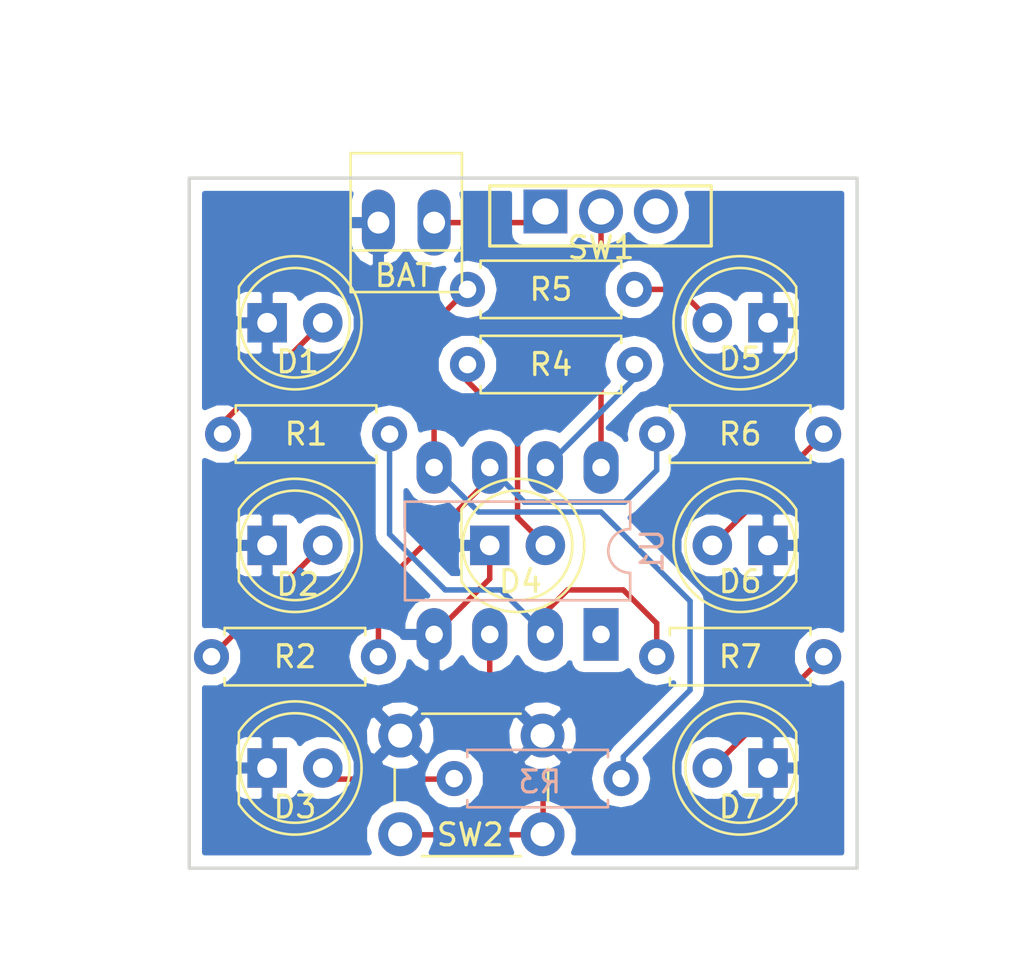
<source format=kicad_pcb>
(kicad_pcb (version 4) (host pcbnew 4.0.7)

  (general
    (links 28)
    (no_connects 0)
    (area 125.400999 85.268999 156.031001 116.915001)
    (thickness 1.6)
    (drawings 4)
    (tracks 47)
    (zones 0)
    (modules 18)
    (nets 17)
  )

  (page A4)
  (layers
    (0 F.Cu signal)
    (31 B.Cu signal)
    (32 B.Adhes user)
    (33 F.Adhes user)
    (34 B.Paste user)
    (35 F.Paste user)
    (36 B.SilkS user)
    (37 F.SilkS user)
    (38 B.Mask user)
    (39 F.Mask user)
    (40 Dwgs.User user)
    (41 Cmts.User user)
    (42 Eco1.User user)
    (43 Eco2.User user)
    (44 Edge.Cuts user)
    (45 Margin user)
    (46 B.CrtYd user)
    (47 F.CrtYd user)
    (48 B.Fab user)
    (49 F.Fab user)
  )

  (setup
    (last_trace_width 0.25)
    (trace_clearance 0.2)
    (zone_clearance 0.508)
    (zone_45_only no)
    (trace_min 0.2)
    (segment_width 0.2)
    (edge_width 0.15)
    (via_size 0.6)
    (via_drill 0.4)
    (via_min_size 0.4)
    (via_min_drill 0.3)
    (uvia_size 0.3)
    (uvia_drill 0.1)
    (uvias_allowed no)
    (uvia_min_size 0.2)
    (uvia_min_drill 0.1)
    (pcb_text_width 0.3)
    (pcb_text_size 1.5 1.5)
    (mod_edge_width 0.15)
    (mod_text_size 1 1)
    (mod_text_width 0.15)
    (pad_size 1.524 1.524)
    (pad_drill 0.762)
    (pad_to_mask_clearance 0.2)
    (aux_axis_origin 0 0)
    (visible_elements 7FFFFFFF)
    (pcbplotparams
      (layerselection 0x010fc_80000001)
      (usegerberextensions false)
      (excludeedgelayer true)
      (linewidth 0.100000)
      (plotframeref false)
      (viasonmask false)
      (mode 1)
      (useauxorigin false)
      (hpglpennumber 1)
      (hpglpenspeed 20)
      (hpglpendiameter 15)
      (hpglpenoverlay 2)
      (psnegative false)
      (psa4output false)
      (plotreference true)
      (plotvalue true)
      (plotinvisibletext false)
      (padsonsilk false)
      (subtractmaskfromsilk false)
      (outputformat 1)
      (mirror false)
      (drillshape 0)
      (scaleselection 1)
      (outputdirectory gerber/))
  )

  (net 0 "")
  (net 1 "Net-(BT1-Pad1)")
  (net 2 GND)
  (net 3 "Net-(D1-Pad2)")
  (net 4 "Net-(D2-Pad2)")
  (net 5 "Net-(D3-Pad2)")
  (net 6 "Net-(D4-Pad2)")
  (net 7 "Net-(D5-Pad2)")
  (net 8 "Net-(D6-Pad2)")
  (net 9 "Net-(D7-Pad2)")
  (net 10 "Net-(R1-Pad2)")
  (net 11 "Net-(R2-Pad2)")
  (net 12 "Net-(R3-Pad2)")
  (net 13 "Net-(R4-Pad2)")
  (net 14 "Net-(SW1-Pad2)")
  (net 15 "Net-(SW2-Pad1)")
  (net 16 "Net-(U1-Pad1)")

  (net_class Default "This is the default net class."
    (clearance 0.2)
    (trace_width 0.25)
    (via_dia 0.6)
    (via_drill 0.4)
    (uvia_dia 0.3)
    (uvia_drill 0.1)
    (add_net GND)
    (add_net "Net-(BT1-Pad1)")
    (add_net "Net-(D1-Pad2)")
    (add_net "Net-(D2-Pad2)")
    (add_net "Net-(D3-Pad2)")
    (add_net "Net-(D4-Pad2)")
    (add_net "Net-(D5-Pad2)")
    (add_net "Net-(D6-Pad2)")
    (add_net "Net-(D7-Pad2)")
    (add_net "Net-(R1-Pad2)")
    (add_net "Net-(R2-Pad2)")
    (add_net "Net-(R3-Pad2)")
    (add_net "Net-(R4-Pad2)")
    (add_net "Net-(SW1-Pad2)")
    (add_net "Net-(SW2-Pad1)")
    (add_net "Net-(U1-Pad1)")
  )

  (module Connectors:Wafer_Vertical10x5.8x7RM2.5-3 (layer F.Cu) (tedit 5A715032) (tstamp 5A713364)
    (at 141.732 86.868)
    (descr "Gold-Tek vertical wafer connector with 2.5mm pitch")
    (tags "wafer connector vertical")
    (path /5A713284)
    (fp_text reference SW1 (at 2.54 1.651) (layer F.SilkS)
      (effects (font (size 1 1) (thickness 0.15)))
    )
    (fp_text value SW_DIP_x01 (at 2.54 5.08) (layer F.Fab)
      (effects (font (size 1 1) (thickness 0.15)))
    )
    (fp_line (start -2.286 1.27) (end -2.286 -1.1176) (layer F.CrtYd) (width 0.05))
    (fp_line (start -2.286 -1.1176) (end 7.4168 -1.1176) (layer F.CrtYd) (width 0.05))
    (fp_line (start 7.4168 -1.1176) (end 7.4168 1.3208) (layer F.CrtYd) (width 0.05))
    (fp_line (start 7.4168 1.3208) (end -2.286 1.3208) (layer F.CrtYd) (width 0.05))
    (fp_line (start -2.286 1.3208) (end -2.286 1.27) (layer F.CrtYd) (width 0.05))
    (fp_line (start 7.5692 -1.1684) (end -2.54 -1.1684) (layer F.SilkS) (width 0.15))
    (fp_line (start -2.54 -1.1684) (end -2.54 1.5748) (layer F.SilkS) (width 0.15))
    (fp_line (start -2.54 1.5748) (end 7.5692 1.5748) (layer F.SilkS) (width 0.15))
    (fp_line (start 7.5692 1.5748) (end 7.5692 -1.1684) (layer F.SilkS) (width 0.15))
    (pad 1 thru_hole rect (at 0 0) (size 2 2) (drill 1.2) (layers *.Cu *.Mask)
      (net 1 "Net-(BT1-Pad1)"))
    (pad 2 thru_hole circle (at 2.54 0) (size 2 2) (drill 1.2) (layers *.Cu *.Mask)
      (net 14 "Net-(SW1-Pad2)"))
    (pad 3 thru_hole circle (at 5.04 0) (size 2 2) (drill 1.2) (layers *.Cu *.Mask))
    (model ${KISYS3DMOD}/Connectors.3dshapes/Wafer_Vertical10x5.8x7RM2.5-3.wrl
      (at (xyz 0 0 0))
      (scale (xyz 4 4 4))
      (rotate (xyz 0 0 0))
    )
  )

  (module Resistors_THT:R_Axial_DIN0207_L6.3mm_D2.5mm_P7.62mm_Horizontal (layer F.Cu) (tedit 5A714ED8) (tstamp 5A713357)
    (at 154.432 97.028 180)
    (descr "Resistor, Axial_DIN0207 series, Axial, Horizontal, pin pitch=7.62mm, 0.25W = 1/4W, length*diameter=6.3*2.5mm^2, http://cdn-reichelt.de/documents/datenblatt/B400/1_4W%23YAG.pdf")
    (tags "Resistor Axial_DIN0207 series Axial Horizontal pin pitch 7.62mm 0.25W = 1/4W length 6.3mm diameter 2.5mm")
    (path /5A7137FD)
    (fp_text reference R6 (at 3.81 0 180) (layer F.SilkS)
      (effects (font (size 1 1) (thickness 0.15)))
    )
    (fp_text value R (at 3.81 2.31 180) (layer F.Fab)
      (effects (font (size 1 1) (thickness 0.15)))
    )
    (fp_line (start 0.66 -1.25) (end 0.66 1.25) (layer F.Fab) (width 0.1))
    (fp_line (start 0.66 1.25) (end 6.96 1.25) (layer F.Fab) (width 0.1))
    (fp_line (start 6.96 1.25) (end 6.96 -1.25) (layer F.Fab) (width 0.1))
    (fp_line (start 6.96 -1.25) (end 0.66 -1.25) (layer F.Fab) (width 0.1))
    (fp_line (start 0 0) (end 0.66 0) (layer F.Fab) (width 0.1))
    (fp_line (start 7.62 0) (end 6.96 0) (layer F.Fab) (width 0.1))
    (fp_line (start 0.6 -0.98) (end 0.6 -1.31) (layer F.SilkS) (width 0.12))
    (fp_line (start 0.6 -1.31) (end 7.02 -1.31) (layer F.SilkS) (width 0.12))
    (fp_line (start 7.02 -1.31) (end 7.02 -0.98) (layer F.SilkS) (width 0.12))
    (fp_line (start 0.6 0.98) (end 0.6 1.31) (layer F.SilkS) (width 0.12))
    (fp_line (start 0.6 1.31) (end 7.02 1.31) (layer F.SilkS) (width 0.12))
    (fp_line (start 7.02 1.31) (end 7.02 0.98) (layer F.SilkS) (width 0.12))
    (fp_line (start -1.05 -1.6) (end -1.05 1.6) (layer F.CrtYd) (width 0.05))
    (fp_line (start -1.05 1.6) (end 8.7 1.6) (layer F.CrtYd) (width 0.05))
    (fp_line (start 8.7 1.6) (end 8.7 -1.6) (layer F.CrtYd) (width 0.05))
    (fp_line (start 8.7 -1.6) (end -1.05 -1.6) (layer F.CrtYd) (width 0.05))
    (pad 1 thru_hole circle (at 0 0 180) (size 1.6 1.6) (drill 0.8) (layers *.Cu *.Mask)
      (net 8 "Net-(D6-Pad2)"))
    (pad 2 thru_hole oval (at 7.62 0 180) (size 1.6 1.6) (drill 0.8) (layers *.Cu *.Mask)
      (net 11 "Net-(R2-Pad2)"))
    (model ${KISYS3DMOD}/Resistors_THT.3dshapes/R_Axial_DIN0207_L6.3mm_D2.5mm_P7.62mm_Horizontal.wrl
      (at (xyz 0 0 0))
      (scale (xyz 0.393701 0.393701 0.393701))
      (rotate (xyz 0 0 0))
    )
  )

  (module Buttons_Switches_THT:SW_PUSH_6mm_h5mm (layer F.Cu) (tedit 5A714EEE) (tstamp 5A71336C)
    (at 141.605 115.2906 180)
    (descr "tactile push button, 6x6mm e.g. PHAP33xx series, height=5mm")
    (tags "tact sw push 6mm")
    (path /5A713438)
    (fp_text reference SW2 (at 3.302 -0.0254 180) (layer F.SilkS)
      (effects (font (size 1 1) (thickness 0.15)))
    )
    (fp_text value SW_DIP_x01 (at 3.75 6.7 180) (layer F.Fab)
      (effects (font (size 1 1) (thickness 0.15)))
    )
    (fp_text user %R (at 3.25 2.25 180) (layer F.Fab)
      (effects (font (size 1 1) (thickness 0.15)))
    )
    (fp_line (start 3.25 -0.75) (end 6.25 -0.75) (layer F.Fab) (width 0.1))
    (fp_line (start 6.25 -0.75) (end 6.25 5.25) (layer F.Fab) (width 0.1))
    (fp_line (start 6.25 5.25) (end 0.25 5.25) (layer F.Fab) (width 0.1))
    (fp_line (start 0.25 5.25) (end 0.25 -0.75) (layer F.Fab) (width 0.1))
    (fp_line (start 0.25 -0.75) (end 3.25 -0.75) (layer F.Fab) (width 0.1))
    (fp_line (start 7.75 6) (end 8 6) (layer F.CrtYd) (width 0.05))
    (fp_line (start 8 6) (end 8 5.75) (layer F.CrtYd) (width 0.05))
    (fp_line (start 7.75 -1.5) (end 8 -1.5) (layer F.CrtYd) (width 0.05))
    (fp_line (start 8 -1.5) (end 8 -1.25) (layer F.CrtYd) (width 0.05))
    (fp_line (start -1.5 -1.25) (end -1.5 -1.5) (layer F.CrtYd) (width 0.05))
    (fp_line (start -1.5 -1.5) (end -1.25 -1.5) (layer F.CrtYd) (width 0.05))
    (fp_line (start -1.5 5.75) (end -1.5 6) (layer F.CrtYd) (width 0.05))
    (fp_line (start -1.5 6) (end -1.25 6) (layer F.CrtYd) (width 0.05))
    (fp_line (start -1.25 -1.5) (end 7.75 -1.5) (layer F.CrtYd) (width 0.05))
    (fp_line (start -1.5 5.75) (end -1.5 -1.25) (layer F.CrtYd) (width 0.05))
    (fp_line (start 7.75 6) (end -1.25 6) (layer F.CrtYd) (width 0.05))
    (fp_line (start 8 -1.25) (end 8 5.75) (layer F.CrtYd) (width 0.05))
    (fp_line (start 1 5.5) (end 5.5 5.5) (layer F.SilkS) (width 0.12))
    (fp_line (start -0.25 1.5) (end -0.25 3) (layer F.SilkS) (width 0.12))
    (fp_line (start 5.5 -1) (end 1 -1) (layer F.SilkS) (width 0.12))
    (fp_line (start 6.75 3) (end 6.75 1.5) (layer F.SilkS) (width 0.12))
    (fp_circle (center 3.25 2.25) (end 1.25 2.5) (layer F.Fab) (width 0.1))
    (pad 2 thru_hole circle (at 0 4.5 270) (size 2 2) (drill 1.1) (layers *.Cu *.Mask)
      (net 2 GND))
    (pad 1 thru_hole circle (at 0 0 270) (size 2 2) (drill 1.1) (layers *.Cu *.Mask)
      (net 15 "Net-(SW2-Pad1)"))
    (pad 2 thru_hole circle (at 6.5 4.5 270) (size 2 2) (drill 1.1) (layers *.Cu *.Mask)
      (net 2 GND))
    (pad 1 thru_hole circle (at 6.5 0 270) (size 2 2) (drill 1.1) (layers *.Cu *.Mask)
      (net 15 "Net-(SW2-Pad1)"))
    (model ${KISYS3DMOD}/Buttons_Switches_THT.3dshapes/SW_PUSH_6mm_h5mm.wrl
      (at (xyz 0.005 0 0))
      (scale (xyz 0.3937 0.3937 0.3937))
      (rotate (xyz 0 0 0))
    )
  )

  (module Resistors_THT:R_Axial_DIN0207_L6.3mm_D2.5mm_P7.62mm_Horizontal (layer B.Cu) (tedit 5A714EF6) (tstamp 5A713345)
    (at 137.5664 112.7506)
    (descr "Resistor, Axial_DIN0207 series, Axial, Horizontal, pin pitch=7.62mm, 0.25W = 1/4W, length*diameter=6.3*2.5mm^2, http://cdn-reichelt.de/documents/datenblatt/B400/1_4W%23YAG.pdf")
    (tags "Resistor Axial_DIN0207 series Axial Horizontal pin pitch 7.62mm 0.25W = 1/4W length 6.3mm diameter 2.5mm")
    (path /5A713724)
    (fp_text reference R3 (at 3.9116 0.1524) (layer B.SilkS)
      (effects (font (size 1 1) (thickness 0.15)) (justify mirror))
    )
    (fp_text value R (at 3.81 -2.31) (layer B.Fab)
      (effects (font (size 1 1) (thickness 0.15)) (justify mirror))
    )
    (fp_line (start 0.66 1.25) (end 0.66 -1.25) (layer B.Fab) (width 0.1))
    (fp_line (start 0.66 -1.25) (end 6.96 -1.25) (layer B.Fab) (width 0.1))
    (fp_line (start 6.96 -1.25) (end 6.96 1.25) (layer B.Fab) (width 0.1))
    (fp_line (start 6.96 1.25) (end 0.66 1.25) (layer B.Fab) (width 0.1))
    (fp_line (start 0 0) (end 0.66 0) (layer B.Fab) (width 0.1))
    (fp_line (start 7.62 0) (end 6.96 0) (layer B.Fab) (width 0.1))
    (fp_line (start 0.6 0.98) (end 0.6 1.31) (layer B.SilkS) (width 0.12))
    (fp_line (start 0.6 1.31) (end 7.02 1.31) (layer B.SilkS) (width 0.12))
    (fp_line (start 7.02 1.31) (end 7.02 0.98) (layer B.SilkS) (width 0.12))
    (fp_line (start 0.6 -0.98) (end 0.6 -1.31) (layer B.SilkS) (width 0.12))
    (fp_line (start 0.6 -1.31) (end 7.02 -1.31) (layer B.SilkS) (width 0.12))
    (fp_line (start 7.02 -1.31) (end 7.02 -0.98) (layer B.SilkS) (width 0.12))
    (fp_line (start -1.05 1.6) (end -1.05 -1.6) (layer B.CrtYd) (width 0.05))
    (fp_line (start -1.05 -1.6) (end 8.7 -1.6) (layer B.CrtYd) (width 0.05))
    (fp_line (start 8.7 -1.6) (end 8.7 1.6) (layer B.CrtYd) (width 0.05))
    (fp_line (start 8.7 1.6) (end -1.05 1.6) (layer B.CrtYd) (width 0.05))
    (pad 1 thru_hole circle (at 0 0) (size 1.6 1.6) (drill 0.8) (layers *.Cu *.Mask)
      (net 5 "Net-(D3-Pad2)"))
    (pad 2 thru_hole oval (at 7.62 0) (size 1.6 1.6) (drill 0.8) (layers *.Cu *.Mask)
      (net 12 "Net-(R3-Pad2)"))
    (model ${KISYS3DMOD}/Resistors_THT.3dshapes/R_Axial_DIN0207_L6.3mm_D2.5mm_P7.62mm_Horizontal.wrl
      (at (xyz 0 0 0))
      (scale (xyz 0.393701 0.393701 0.393701))
      (rotate (xyz 0 0 0))
    )
  )

  (module Connectors:PINHEAD1-2 (layer F.Cu) (tedit 5A71506C) (tstamp 5A713309)
    (at 136.652 87.376 180)
    (path /5A713311)
    (fp_text reference BAT (at 1.397 -2.413 180) (layer F.SilkS)
      (effects (font (size 1 1) (thickness 0.15)))
    )
    (fp_text value Battery (at 1.27 3.81 180) (layer F.Fab)
      (effects (font (size 1 1) (thickness 0.15)))
    )
    (fp_line (start 3.81 -1.27) (end -1.27 -1.27) (layer F.SilkS) (width 0.12))
    (fp_line (start 3.81 3.17) (end -1.27 3.17) (layer F.SilkS) (width 0.12))
    (fp_line (start -1.27 -3.17) (end 3.81 -3.17) (layer F.SilkS) (width 0.12))
    (fp_line (start -1.27 -3.17) (end -1.27 3.17) (layer F.SilkS) (width 0.12))
    (fp_line (start 3.81 -3.17) (end 3.81 3.17) (layer F.SilkS) (width 0.12))
    (fp_line (start -1.52 -3.42) (end 4.06 -3.42) (layer F.CrtYd) (width 0.05))
    (fp_line (start -1.52 -3.42) (end -1.52 3.42) (layer F.CrtYd) (width 0.05))
    (fp_line (start 4.06 3.42) (end 4.06 -3.42) (layer F.CrtYd) (width 0.05))
    (fp_line (start 4.06 3.42) (end -1.52 3.42) (layer F.CrtYd) (width 0.05))
    (pad 1 thru_hole oval (at 0 0 180) (size 1.51 3.01) (drill 1) (layers *.Cu *.Mask)
      (net 1 "Net-(BT1-Pad1)"))
    (pad 2 thru_hole oval (at 2.54 0 180) (size 1.51 3.01) (drill 1) (layers *.Cu *.Mask)
      (net 2 GND))
  )

  (module LEDs:LED_D5.0mm_FlatTop (layer F.Cu) (tedit 5A714F18) (tstamp 5A71330F)
    (at 129.032 91.948)
    (descr "LED, Round, FlatTop, diameter 5.0mm, 2 pins, http://www.kingbright.com/attachments/file/psearch/000/00/00/L-483GDT(Ver.15B).pdf")
    (tags "LED Round FlatTop diameter 5.0mm 2 pins")
    (path /5A7133EF)
    (fp_text reference D1 (at 1.397 1.778) (layer F.SilkS)
      (effects (font (size 1 1) (thickness 0.15)))
    )
    (fp_text value LED (at 1.27 4.01) (layer F.Fab)
      (effects (font (size 1 1) (thickness 0.15)))
    )
    (fp_arc (start 1.27 0) (end -1.23 -1.566046) (angle 295.9) (layer F.Fab) (width 0.1))
    (fp_arc (start 1.27 0) (end -1.29 -1.639512) (angle 147.4) (layer F.SilkS) (width 0.12))
    (fp_arc (start 1.27 0) (end -1.29 1.639512) (angle -147.4) (layer F.SilkS) (width 0.12))
    (fp_circle (center 1.27 0) (end 3.77 0) (layer F.Fab) (width 0.1))
    (fp_circle (center 1.27 0) (end 3.77 0) (layer F.SilkS) (width 0.12))
    (fp_line (start -1.23 -1.566046) (end -1.23 1.566046) (layer F.Fab) (width 0.1))
    (fp_line (start -1.29 -1.64) (end -1.29 1.64) (layer F.SilkS) (width 0.12))
    (fp_line (start -2 -3.3) (end -2 3.3) (layer F.CrtYd) (width 0.05))
    (fp_line (start -2 3.3) (end 4.55 3.3) (layer F.CrtYd) (width 0.05))
    (fp_line (start 4.55 3.3) (end 4.55 -3.3) (layer F.CrtYd) (width 0.05))
    (fp_line (start 4.55 -3.3) (end -2 -3.3) (layer F.CrtYd) (width 0.05))
    (pad 1 thru_hole rect (at 0 0) (size 1.8 1.8) (drill 0.9) (layers *.Cu *.Mask)
      (net 2 GND))
    (pad 2 thru_hole circle (at 2.54 0) (size 1.8 1.8) (drill 0.9) (layers *.Cu *.Mask)
      (net 3 "Net-(D1-Pad2)"))
    (model ${KISYS3DMOD}/LEDs.3dshapes/LED_D5.0mm_FlatTop.wrl
      (at (xyz 0 0 0))
      (scale (xyz 0.393701 0.393701 0.393701))
      (rotate (xyz 0 0 0))
    )
  )

  (module LEDs:LED_D5.0mm_FlatTop (layer F.Cu) (tedit 5A714F0F) (tstamp 5A713315)
    (at 129.032 102.108)
    (descr "LED, Round, FlatTop, diameter 5.0mm, 2 pins, http://www.kingbright.com/attachments/file/psearch/000/00/00/L-483GDT(Ver.15B).pdf")
    (tags "LED Round FlatTop diameter 5.0mm 2 pins")
    (path /5A7138DE)
    (fp_text reference D2 (at 1.397 1.778) (layer F.SilkS)
      (effects (font (size 1 1) (thickness 0.15)))
    )
    (fp_text value LED (at 1.27 4.01) (layer F.Fab)
      (effects (font (size 1 1) (thickness 0.15)))
    )
    (fp_arc (start 1.27 0) (end -1.23 -1.566046) (angle 295.9) (layer F.Fab) (width 0.1))
    (fp_arc (start 1.27 0) (end -1.29 -1.639512) (angle 147.4) (layer F.SilkS) (width 0.12))
    (fp_arc (start 1.27 0) (end -1.29 1.639512) (angle -147.4) (layer F.SilkS) (width 0.12))
    (fp_circle (center 1.27 0) (end 3.77 0) (layer F.Fab) (width 0.1))
    (fp_circle (center 1.27 0) (end 3.77 0) (layer F.SilkS) (width 0.12))
    (fp_line (start -1.23 -1.566046) (end -1.23 1.566046) (layer F.Fab) (width 0.1))
    (fp_line (start -1.29 -1.64) (end -1.29 1.64) (layer F.SilkS) (width 0.12))
    (fp_line (start -2 -3.3) (end -2 3.3) (layer F.CrtYd) (width 0.05))
    (fp_line (start -2 3.3) (end 4.55 3.3) (layer F.CrtYd) (width 0.05))
    (fp_line (start 4.55 3.3) (end 4.55 -3.3) (layer F.CrtYd) (width 0.05))
    (fp_line (start 4.55 -3.3) (end -2 -3.3) (layer F.CrtYd) (width 0.05))
    (pad 1 thru_hole rect (at 0 0) (size 1.8 1.8) (drill 0.9) (layers *.Cu *.Mask)
      (net 2 GND))
    (pad 2 thru_hole circle (at 2.54 0) (size 1.8 1.8) (drill 0.9) (layers *.Cu *.Mask)
      (net 4 "Net-(D2-Pad2)"))
    (model ${KISYS3DMOD}/LEDs.3dshapes/LED_D5.0mm_FlatTop.wrl
      (at (xyz 0 0 0))
      (scale (xyz 0.393701 0.393701 0.393701))
      (rotate (xyz 0 0 0))
    )
  )

  (module LEDs:LED_D5.0mm_FlatTop (layer F.Cu) (tedit 5A714EFC) (tstamp 5A71331B)
    (at 129.032 112.268)
    (descr "LED, Round, FlatTop, diameter 5.0mm, 2 pins, http://www.kingbright.com/attachments/file/psearch/000/00/00/L-483GDT(Ver.15B).pdf")
    (tags "LED Round FlatTop diameter 5.0mm 2 pins")
    (path /5A71391C)
    (fp_text reference D3 (at 1.27 1.778) (layer F.SilkS)
      (effects (font (size 1 1) (thickness 0.15)))
    )
    (fp_text value LED (at 1.27 4.01) (layer F.Fab)
      (effects (font (size 1 1) (thickness 0.15)))
    )
    (fp_arc (start 1.27 0) (end -1.23 -1.566046) (angle 295.9) (layer F.Fab) (width 0.1))
    (fp_arc (start 1.27 0) (end -1.29 -1.639512) (angle 147.4) (layer F.SilkS) (width 0.12))
    (fp_arc (start 1.27 0) (end -1.29 1.639512) (angle -147.4) (layer F.SilkS) (width 0.12))
    (fp_circle (center 1.27 0) (end 3.77 0) (layer F.Fab) (width 0.1))
    (fp_circle (center 1.27 0) (end 3.77 0) (layer F.SilkS) (width 0.12))
    (fp_line (start -1.23 -1.566046) (end -1.23 1.566046) (layer F.Fab) (width 0.1))
    (fp_line (start -1.29 -1.64) (end -1.29 1.64) (layer F.SilkS) (width 0.12))
    (fp_line (start -2 -3.3) (end -2 3.3) (layer F.CrtYd) (width 0.05))
    (fp_line (start -2 3.3) (end 4.55 3.3) (layer F.CrtYd) (width 0.05))
    (fp_line (start 4.55 3.3) (end 4.55 -3.3) (layer F.CrtYd) (width 0.05))
    (fp_line (start 4.55 -3.3) (end -2 -3.3) (layer F.CrtYd) (width 0.05))
    (pad 1 thru_hole rect (at 0 0) (size 1.8 1.8) (drill 0.9) (layers *.Cu *.Mask)
      (net 2 GND))
    (pad 2 thru_hole circle (at 2.54 0) (size 1.8 1.8) (drill 0.9) (layers *.Cu *.Mask)
      (net 5 "Net-(D3-Pad2)"))
    (model ${KISYS3DMOD}/LEDs.3dshapes/LED_D5.0mm_FlatTop.wrl
      (at (xyz 0 0 0))
      (scale (xyz 0.393701 0.393701 0.393701))
      (rotate (xyz 0 0 0))
    )
  )

  (module LEDs:LED_D5.0mm_FlatTop (layer F.Cu) (tedit 5A714F35) (tstamp 5A713321)
    (at 139.192 102.108)
    (descr "LED, Round, FlatTop, diameter 5.0mm, 2 pins, http://www.kingbright.com/attachments/file/psearch/000/00/00/L-483GDT(Ver.15B).pdf")
    (tags "LED Round FlatTop diameter 5.0mm 2 pins")
    (path /5A71395D)
    (fp_text reference D4 (at 1.397 1.651) (layer F.SilkS)
      (effects (font (size 1 1) (thickness 0.15)))
    )
    (fp_text value LED (at 1.27 4.01) (layer F.Fab)
      (effects (font (size 1 1) (thickness 0.15)))
    )
    (fp_arc (start 1.27 0) (end -1.23 -1.566046) (angle 295.9) (layer F.Fab) (width 0.1))
    (fp_arc (start 1.27 0) (end -1.29 -1.639512) (angle 147.4) (layer F.SilkS) (width 0.12))
    (fp_arc (start 1.27 0) (end -1.29 1.639512) (angle -147.4) (layer F.SilkS) (width 0.12))
    (fp_circle (center 1.27 0) (end 3.77 0) (layer F.Fab) (width 0.1))
    (fp_circle (center 1.27 0) (end 3.77 0) (layer F.SilkS) (width 0.12))
    (fp_line (start -1.23 -1.566046) (end -1.23 1.566046) (layer F.Fab) (width 0.1))
    (fp_line (start -1.29 -1.64) (end -1.29 1.64) (layer F.SilkS) (width 0.12))
    (fp_line (start -2 -3.3) (end -2 3.3) (layer F.CrtYd) (width 0.05))
    (fp_line (start -2 3.3) (end 4.55 3.3) (layer F.CrtYd) (width 0.05))
    (fp_line (start 4.55 3.3) (end 4.55 -3.3) (layer F.CrtYd) (width 0.05))
    (fp_line (start 4.55 -3.3) (end -2 -3.3) (layer F.CrtYd) (width 0.05))
    (pad 1 thru_hole rect (at 0 0) (size 1.8 1.8) (drill 0.9) (layers *.Cu *.Mask)
      (net 2 GND))
    (pad 2 thru_hole circle (at 2.54 0) (size 1.8 1.8) (drill 0.9) (layers *.Cu *.Mask)
      (net 6 "Net-(D4-Pad2)"))
    (model ${KISYS3DMOD}/LEDs.3dshapes/LED_D5.0mm_FlatTop.wrl
      (at (xyz 0 0 0))
      (scale (xyz 0.393701 0.393701 0.393701))
      (rotate (xyz 0 0 0))
    )
  )

  (module LEDs:LED_D5.0mm_FlatTop (layer F.Cu) (tedit 5A714ED0) (tstamp 5A713327)
    (at 151.892 91.948 180)
    (descr "LED, Round, FlatTop, diameter 5.0mm, 2 pins, http://www.kingbright.com/attachments/file/psearch/000/00/00/L-483GDT(Ver.15B).pdf")
    (tags "LED Round FlatTop diameter 5.0mm 2 pins")
    (path /5A7139A1)
    (fp_text reference D5 (at 1.27 -1.651 180) (layer F.SilkS)
      (effects (font (size 1 1) (thickness 0.15)))
    )
    (fp_text value LED (at 1.27 4.01 180) (layer F.Fab)
      (effects (font (size 1 1) (thickness 0.15)))
    )
    (fp_arc (start 1.27 0) (end -1.23 -1.566046) (angle 295.9) (layer F.Fab) (width 0.1))
    (fp_arc (start 1.27 0) (end -1.29 -1.639512) (angle 147.4) (layer F.SilkS) (width 0.12))
    (fp_arc (start 1.27 0) (end -1.29 1.639512) (angle -147.4) (layer F.SilkS) (width 0.12))
    (fp_circle (center 1.27 0) (end 3.77 0) (layer F.Fab) (width 0.1))
    (fp_circle (center 1.27 0) (end 3.77 0) (layer F.SilkS) (width 0.12))
    (fp_line (start -1.23 -1.566046) (end -1.23 1.566046) (layer F.Fab) (width 0.1))
    (fp_line (start -1.29 -1.64) (end -1.29 1.64) (layer F.SilkS) (width 0.12))
    (fp_line (start -2 -3.3) (end -2 3.3) (layer F.CrtYd) (width 0.05))
    (fp_line (start -2 3.3) (end 4.55 3.3) (layer F.CrtYd) (width 0.05))
    (fp_line (start 4.55 3.3) (end 4.55 -3.3) (layer F.CrtYd) (width 0.05))
    (fp_line (start 4.55 -3.3) (end -2 -3.3) (layer F.CrtYd) (width 0.05))
    (pad 1 thru_hole rect (at 0 0 180) (size 1.8 1.8) (drill 0.9) (layers *.Cu *.Mask)
      (net 2 GND))
    (pad 2 thru_hole circle (at 2.54 0 180) (size 1.8 1.8) (drill 0.9) (layers *.Cu *.Mask)
      (net 7 "Net-(D5-Pad2)"))
    (model ${KISYS3DMOD}/LEDs.3dshapes/LED_D5.0mm_FlatTop.wrl
      (at (xyz 0 0 0))
      (scale (xyz 0.393701 0.393701 0.393701))
      (rotate (xyz 0 0 0))
    )
  )

  (module LEDs:LED_D5.0mm_FlatTop (layer F.Cu) (tedit 5A714EDE) (tstamp 5A71332D)
    (at 151.892 102.108 180)
    (descr "LED, Round, FlatTop, diameter 5.0mm, 2 pins, http://www.kingbright.com/attachments/file/psearch/000/00/00/L-483GDT(Ver.15B).pdf")
    (tags "LED Round FlatTop diameter 5.0mm 2 pins")
    (path /5A7139E8)
    (fp_text reference D6 (at 1.27 -1.651 180) (layer F.SilkS)
      (effects (font (size 1 1) (thickness 0.15)))
    )
    (fp_text value LED (at 1.27 4.01 180) (layer F.Fab)
      (effects (font (size 1 1) (thickness 0.15)))
    )
    (fp_arc (start 1.27 0) (end -1.23 -1.566046) (angle 295.9) (layer F.Fab) (width 0.1))
    (fp_arc (start 1.27 0) (end -1.29 -1.639512) (angle 147.4) (layer F.SilkS) (width 0.12))
    (fp_arc (start 1.27 0) (end -1.29 1.639512) (angle -147.4) (layer F.SilkS) (width 0.12))
    (fp_circle (center 1.27 0) (end 3.77 0) (layer F.Fab) (width 0.1))
    (fp_circle (center 1.27 0) (end 3.77 0) (layer F.SilkS) (width 0.12))
    (fp_line (start -1.23 -1.566046) (end -1.23 1.566046) (layer F.Fab) (width 0.1))
    (fp_line (start -1.29 -1.64) (end -1.29 1.64) (layer F.SilkS) (width 0.12))
    (fp_line (start -2 -3.3) (end -2 3.3) (layer F.CrtYd) (width 0.05))
    (fp_line (start -2 3.3) (end 4.55 3.3) (layer F.CrtYd) (width 0.05))
    (fp_line (start 4.55 3.3) (end 4.55 -3.3) (layer F.CrtYd) (width 0.05))
    (fp_line (start 4.55 -3.3) (end -2 -3.3) (layer F.CrtYd) (width 0.05))
    (pad 1 thru_hole rect (at 0 0 180) (size 1.8 1.8) (drill 0.9) (layers *.Cu *.Mask)
      (net 2 GND))
    (pad 2 thru_hole circle (at 2.54 0 180) (size 1.8 1.8) (drill 0.9) (layers *.Cu *.Mask)
      (net 8 "Net-(D6-Pad2)"))
    (model ${KISYS3DMOD}/LEDs.3dshapes/LED_D5.0mm_FlatTop.wrl
      (at (xyz 0 0 0))
      (scale (xyz 0.393701 0.393701 0.393701))
      (rotate (xyz 0 0 0))
    )
  )

  (module LEDs:LED_D5.0mm_FlatTop (layer F.Cu) (tedit 5A714EE9) (tstamp 5A713333)
    (at 151.892 112.268 180)
    (descr "LED, Round, FlatTop, diameter 5.0mm, 2 pins, http://www.kingbright.com/attachments/file/psearch/000/00/00/L-483GDT(Ver.15B).pdf")
    (tags "LED Round FlatTop diameter 5.0mm 2 pins")
    (path /5A713A32)
    (fp_text reference D7 (at 1.27 -1.778 180) (layer F.SilkS)
      (effects (font (size 1 1) (thickness 0.15)))
    )
    (fp_text value LED (at 1.27 4.01 180) (layer F.Fab)
      (effects (font (size 1 1) (thickness 0.15)))
    )
    (fp_arc (start 1.27 0) (end -1.23 -1.566046) (angle 295.9) (layer F.Fab) (width 0.1))
    (fp_arc (start 1.27 0) (end -1.29 -1.639512) (angle 147.4) (layer F.SilkS) (width 0.12))
    (fp_arc (start 1.27 0) (end -1.29 1.639512) (angle -147.4) (layer F.SilkS) (width 0.12))
    (fp_circle (center 1.27 0) (end 3.77 0) (layer F.Fab) (width 0.1))
    (fp_circle (center 1.27 0) (end 3.77 0) (layer F.SilkS) (width 0.12))
    (fp_line (start -1.23 -1.566046) (end -1.23 1.566046) (layer F.Fab) (width 0.1))
    (fp_line (start -1.29 -1.64) (end -1.29 1.64) (layer F.SilkS) (width 0.12))
    (fp_line (start -2 -3.3) (end -2 3.3) (layer F.CrtYd) (width 0.05))
    (fp_line (start -2 3.3) (end 4.55 3.3) (layer F.CrtYd) (width 0.05))
    (fp_line (start 4.55 3.3) (end 4.55 -3.3) (layer F.CrtYd) (width 0.05))
    (fp_line (start 4.55 -3.3) (end -2 -3.3) (layer F.CrtYd) (width 0.05))
    (pad 1 thru_hole rect (at 0 0 180) (size 1.8 1.8) (drill 0.9) (layers *.Cu *.Mask)
      (net 2 GND))
    (pad 2 thru_hole circle (at 2.54 0 180) (size 1.8 1.8) (drill 0.9) (layers *.Cu *.Mask)
      (net 9 "Net-(D7-Pad2)"))
    (model ${KISYS3DMOD}/LEDs.3dshapes/LED_D5.0mm_FlatTop.wrl
      (at (xyz 0 0 0))
      (scale (xyz 0.393701 0.393701 0.393701))
      (rotate (xyz 0 0 0))
    )
  )

  (module Resistors_THT:R_Axial_DIN0207_L6.3mm_D2.5mm_P7.62mm_Horizontal (layer F.Cu) (tedit 5A714F14) (tstamp 5A713339)
    (at 127 97.028)
    (descr "Resistor, Axial_DIN0207 series, Axial, Horizontal, pin pitch=7.62mm, 0.25W = 1/4W, length*diameter=6.3*2.5mm^2, http://cdn-reichelt.de/documents/datenblatt/B400/1_4W%23YAG.pdf")
    (tags "Resistor Axial_DIN0207 series Axial Horizontal pin pitch 7.62mm 0.25W = 1/4W length 6.3mm diameter 2.5mm")
    (path /5A713378)
    (fp_text reference R1 (at 3.81 0) (layer F.SilkS)
      (effects (font (size 1 1) (thickness 0.15)))
    )
    (fp_text value R (at 3.81 2.31) (layer F.Fab)
      (effects (font (size 1 1) (thickness 0.15)))
    )
    (fp_line (start 0.66 -1.25) (end 0.66 1.25) (layer F.Fab) (width 0.1))
    (fp_line (start 0.66 1.25) (end 6.96 1.25) (layer F.Fab) (width 0.1))
    (fp_line (start 6.96 1.25) (end 6.96 -1.25) (layer F.Fab) (width 0.1))
    (fp_line (start 6.96 -1.25) (end 0.66 -1.25) (layer F.Fab) (width 0.1))
    (fp_line (start 0 0) (end 0.66 0) (layer F.Fab) (width 0.1))
    (fp_line (start 7.62 0) (end 6.96 0) (layer F.Fab) (width 0.1))
    (fp_line (start 0.6 -0.98) (end 0.6 -1.31) (layer F.SilkS) (width 0.12))
    (fp_line (start 0.6 -1.31) (end 7.02 -1.31) (layer F.SilkS) (width 0.12))
    (fp_line (start 7.02 -1.31) (end 7.02 -0.98) (layer F.SilkS) (width 0.12))
    (fp_line (start 0.6 0.98) (end 0.6 1.31) (layer F.SilkS) (width 0.12))
    (fp_line (start 0.6 1.31) (end 7.02 1.31) (layer F.SilkS) (width 0.12))
    (fp_line (start 7.02 1.31) (end 7.02 0.98) (layer F.SilkS) (width 0.12))
    (fp_line (start -1.05 -1.6) (end -1.05 1.6) (layer F.CrtYd) (width 0.05))
    (fp_line (start -1.05 1.6) (end 8.7 1.6) (layer F.CrtYd) (width 0.05))
    (fp_line (start 8.7 1.6) (end 8.7 -1.6) (layer F.CrtYd) (width 0.05))
    (fp_line (start 8.7 -1.6) (end -1.05 -1.6) (layer F.CrtYd) (width 0.05))
    (pad 1 thru_hole circle (at 0 0) (size 1.6 1.6) (drill 0.8) (layers *.Cu *.Mask)
      (net 3 "Net-(D1-Pad2)"))
    (pad 2 thru_hole oval (at 7.62 0) (size 1.6 1.6) (drill 0.8) (layers *.Cu *.Mask)
      (net 10 "Net-(R1-Pad2)"))
    (model ${KISYS3DMOD}/Resistors_THT.3dshapes/R_Axial_DIN0207_L6.3mm_D2.5mm_P7.62mm_Horizontal.wrl
      (at (xyz 0 0 0))
      (scale (xyz 0.393701 0.393701 0.393701))
      (rotate (xyz 0 0 0))
    )
  )

  (module Resistors_THT:R_Axial_DIN0207_L6.3mm_D2.5mm_P7.62mm_Horizontal (layer F.Cu) (tedit 5A714F02) (tstamp 5A71333F)
    (at 126.492 107.188)
    (descr "Resistor, Axial_DIN0207 series, Axial, Horizontal, pin pitch=7.62mm, 0.25W = 1/4W, length*diameter=6.3*2.5mm^2, http://cdn-reichelt.de/documents/datenblatt/B400/1_4W%23YAG.pdf")
    (tags "Resistor Axial_DIN0207 series Axial Horizontal pin pitch 7.62mm 0.25W = 1/4W length 6.3mm diameter 2.5mm")
    (path /5A7136FE)
    (fp_text reference R2 (at 3.81 0) (layer F.SilkS)
      (effects (font (size 1 1) (thickness 0.15)))
    )
    (fp_text value R (at 3.81 2.31) (layer F.Fab)
      (effects (font (size 1 1) (thickness 0.15)))
    )
    (fp_line (start 0.66 -1.25) (end 0.66 1.25) (layer F.Fab) (width 0.1))
    (fp_line (start 0.66 1.25) (end 6.96 1.25) (layer F.Fab) (width 0.1))
    (fp_line (start 6.96 1.25) (end 6.96 -1.25) (layer F.Fab) (width 0.1))
    (fp_line (start 6.96 -1.25) (end 0.66 -1.25) (layer F.Fab) (width 0.1))
    (fp_line (start 0 0) (end 0.66 0) (layer F.Fab) (width 0.1))
    (fp_line (start 7.62 0) (end 6.96 0) (layer F.Fab) (width 0.1))
    (fp_line (start 0.6 -0.98) (end 0.6 -1.31) (layer F.SilkS) (width 0.12))
    (fp_line (start 0.6 -1.31) (end 7.02 -1.31) (layer F.SilkS) (width 0.12))
    (fp_line (start 7.02 -1.31) (end 7.02 -0.98) (layer F.SilkS) (width 0.12))
    (fp_line (start 0.6 0.98) (end 0.6 1.31) (layer F.SilkS) (width 0.12))
    (fp_line (start 0.6 1.31) (end 7.02 1.31) (layer F.SilkS) (width 0.12))
    (fp_line (start 7.02 1.31) (end 7.02 0.98) (layer F.SilkS) (width 0.12))
    (fp_line (start -1.05 -1.6) (end -1.05 1.6) (layer F.CrtYd) (width 0.05))
    (fp_line (start -1.05 1.6) (end 8.7 1.6) (layer F.CrtYd) (width 0.05))
    (fp_line (start 8.7 1.6) (end 8.7 -1.6) (layer F.CrtYd) (width 0.05))
    (fp_line (start 8.7 -1.6) (end -1.05 -1.6) (layer F.CrtYd) (width 0.05))
    (pad 1 thru_hole circle (at 0 0) (size 1.6 1.6) (drill 0.8) (layers *.Cu *.Mask)
      (net 4 "Net-(D2-Pad2)"))
    (pad 2 thru_hole oval (at 7.62 0) (size 1.6 1.6) (drill 0.8) (layers *.Cu *.Mask)
      (net 11 "Net-(R2-Pad2)"))
    (model ${KISYS3DMOD}/Resistors_THT.3dshapes/R_Axial_DIN0207_L6.3mm_D2.5mm_P7.62mm_Horizontal.wrl
      (at (xyz 0 0 0))
      (scale (xyz 0.393701 0.393701 0.393701))
      (rotate (xyz 0 0 0))
    )
  )

  (module Resistors_THT:R_Axial_DIN0207_L6.3mm_D2.5mm_P7.62mm_Horizontal (layer F.Cu) (tedit 5A714F1E) (tstamp 5A71334B)
    (at 138.176 93.853)
    (descr "Resistor, Axial_DIN0207 series, Axial, Horizontal, pin pitch=7.62mm, 0.25W = 1/4W, length*diameter=6.3*2.5mm^2, http://cdn-reichelt.de/documents/datenblatt/B400/1_4W%23YAG.pdf")
    (tags "Resistor Axial_DIN0207 series Axial Horizontal pin pitch 7.62mm 0.25W = 1/4W length 6.3mm diameter 2.5mm")
    (path /5A71374D)
    (fp_text reference R4 (at 3.81 0) (layer F.SilkS)
      (effects (font (size 1 1) (thickness 0.15)))
    )
    (fp_text value R (at 3.81 2.31) (layer F.Fab)
      (effects (font (size 1 1) (thickness 0.15)))
    )
    (fp_line (start 0.66 -1.25) (end 0.66 1.25) (layer F.Fab) (width 0.1))
    (fp_line (start 0.66 1.25) (end 6.96 1.25) (layer F.Fab) (width 0.1))
    (fp_line (start 6.96 1.25) (end 6.96 -1.25) (layer F.Fab) (width 0.1))
    (fp_line (start 6.96 -1.25) (end 0.66 -1.25) (layer F.Fab) (width 0.1))
    (fp_line (start 0 0) (end 0.66 0) (layer F.Fab) (width 0.1))
    (fp_line (start 7.62 0) (end 6.96 0) (layer F.Fab) (width 0.1))
    (fp_line (start 0.6 -0.98) (end 0.6 -1.31) (layer F.SilkS) (width 0.12))
    (fp_line (start 0.6 -1.31) (end 7.02 -1.31) (layer F.SilkS) (width 0.12))
    (fp_line (start 7.02 -1.31) (end 7.02 -0.98) (layer F.SilkS) (width 0.12))
    (fp_line (start 0.6 0.98) (end 0.6 1.31) (layer F.SilkS) (width 0.12))
    (fp_line (start 0.6 1.31) (end 7.02 1.31) (layer F.SilkS) (width 0.12))
    (fp_line (start 7.02 1.31) (end 7.02 0.98) (layer F.SilkS) (width 0.12))
    (fp_line (start -1.05 -1.6) (end -1.05 1.6) (layer F.CrtYd) (width 0.05))
    (fp_line (start -1.05 1.6) (end 8.7 1.6) (layer F.CrtYd) (width 0.05))
    (fp_line (start 8.7 1.6) (end 8.7 -1.6) (layer F.CrtYd) (width 0.05))
    (fp_line (start 8.7 -1.6) (end -1.05 -1.6) (layer F.CrtYd) (width 0.05))
    (pad 1 thru_hole circle (at 0 0) (size 1.6 1.6) (drill 0.8) (layers *.Cu *.Mask)
      (net 6 "Net-(D4-Pad2)"))
    (pad 2 thru_hole oval (at 7.62 0) (size 1.6 1.6) (drill 0.8) (layers *.Cu *.Mask)
      (net 13 "Net-(R4-Pad2)"))
    (model ${KISYS3DMOD}/Resistors_THT.3dshapes/R_Axial_DIN0207_L6.3mm_D2.5mm_P7.62mm_Horizontal.wrl
      (at (xyz 0 0 0))
      (scale (xyz 0.393701 0.393701 0.393701))
      (rotate (xyz 0 0 0))
    )
  )

  (module Resistors_THT:R_Axial_DIN0207_L6.3mm_D2.5mm_P7.62mm_Horizontal (layer F.Cu) (tedit 5A714F24) (tstamp 5A713351)
    (at 145.796 90.424 180)
    (descr "Resistor, Axial_DIN0207 series, Axial, Horizontal, pin pitch=7.62mm, 0.25W = 1/4W, length*diameter=6.3*2.5mm^2, http://cdn-reichelt.de/documents/datenblatt/B400/1_4W%23YAG.pdf")
    (tags "Resistor Axial_DIN0207 series Axial Horizontal pin pitch 7.62mm 0.25W = 1/4W length 6.3mm diameter 2.5mm")
    (path /5A713790)
    (fp_text reference R5 (at 3.81 0 180) (layer F.SilkS)
      (effects (font (size 1 1) (thickness 0.15)))
    )
    (fp_text value R (at 3.81 2.31 180) (layer F.Fab)
      (effects (font (size 1 1) (thickness 0.15)))
    )
    (fp_line (start 0.66 -1.25) (end 0.66 1.25) (layer F.Fab) (width 0.1))
    (fp_line (start 0.66 1.25) (end 6.96 1.25) (layer F.Fab) (width 0.1))
    (fp_line (start 6.96 1.25) (end 6.96 -1.25) (layer F.Fab) (width 0.1))
    (fp_line (start 6.96 -1.25) (end 0.66 -1.25) (layer F.Fab) (width 0.1))
    (fp_line (start 0 0) (end 0.66 0) (layer F.Fab) (width 0.1))
    (fp_line (start 7.62 0) (end 6.96 0) (layer F.Fab) (width 0.1))
    (fp_line (start 0.6 -0.98) (end 0.6 -1.31) (layer F.SilkS) (width 0.12))
    (fp_line (start 0.6 -1.31) (end 7.02 -1.31) (layer F.SilkS) (width 0.12))
    (fp_line (start 7.02 -1.31) (end 7.02 -0.98) (layer F.SilkS) (width 0.12))
    (fp_line (start 0.6 0.98) (end 0.6 1.31) (layer F.SilkS) (width 0.12))
    (fp_line (start 0.6 1.31) (end 7.02 1.31) (layer F.SilkS) (width 0.12))
    (fp_line (start 7.02 1.31) (end 7.02 0.98) (layer F.SilkS) (width 0.12))
    (fp_line (start -1.05 -1.6) (end -1.05 1.6) (layer F.CrtYd) (width 0.05))
    (fp_line (start -1.05 1.6) (end 8.7 1.6) (layer F.CrtYd) (width 0.05))
    (fp_line (start 8.7 1.6) (end 8.7 -1.6) (layer F.CrtYd) (width 0.05))
    (fp_line (start 8.7 -1.6) (end -1.05 -1.6) (layer F.CrtYd) (width 0.05))
    (pad 1 thru_hole circle (at 0 0 180) (size 1.6 1.6) (drill 0.8) (layers *.Cu *.Mask)
      (net 7 "Net-(D5-Pad2)"))
    (pad 2 thru_hole oval (at 7.62 0 180) (size 1.6 1.6) (drill 0.8) (layers *.Cu *.Mask)
      (net 12 "Net-(R3-Pad2)"))
    (model ${KISYS3DMOD}/Resistors_THT.3dshapes/R_Axial_DIN0207_L6.3mm_D2.5mm_P7.62mm_Horizontal.wrl
      (at (xyz 0 0 0))
      (scale (xyz 0.393701 0.393701 0.393701))
      (rotate (xyz 0 0 0))
    )
  )

  (module Resistors_THT:R_Axial_DIN0207_L6.3mm_D2.5mm_P7.62mm_Horizontal (layer F.Cu) (tedit 5A714EE5) (tstamp 5A71335D)
    (at 154.432 107.188 180)
    (descr "Resistor, Axial_DIN0207 series, Axial, Horizontal, pin pitch=7.62mm, 0.25W = 1/4W, length*diameter=6.3*2.5mm^2, http://cdn-reichelt.de/documents/datenblatt/B400/1_4W%23YAG.pdf")
    (tags "Resistor Axial_DIN0207 series Axial Horizontal pin pitch 7.62mm 0.25W = 1/4W length 6.3mm diameter 2.5mm")
    (path /5A713832)
    (fp_text reference R7 (at 3.81 0 180) (layer F.SilkS)
      (effects (font (size 1 1) (thickness 0.15)))
    )
    (fp_text value R (at 3.81 2.31 180) (layer F.Fab)
      (effects (font (size 1 1) (thickness 0.15)))
    )
    (fp_line (start 0.66 -1.25) (end 0.66 1.25) (layer F.Fab) (width 0.1))
    (fp_line (start 0.66 1.25) (end 6.96 1.25) (layer F.Fab) (width 0.1))
    (fp_line (start 6.96 1.25) (end 6.96 -1.25) (layer F.Fab) (width 0.1))
    (fp_line (start 6.96 -1.25) (end 0.66 -1.25) (layer F.Fab) (width 0.1))
    (fp_line (start 0 0) (end 0.66 0) (layer F.Fab) (width 0.1))
    (fp_line (start 7.62 0) (end 6.96 0) (layer F.Fab) (width 0.1))
    (fp_line (start 0.6 -0.98) (end 0.6 -1.31) (layer F.SilkS) (width 0.12))
    (fp_line (start 0.6 -1.31) (end 7.02 -1.31) (layer F.SilkS) (width 0.12))
    (fp_line (start 7.02 -1.31) (end 7.02 -0.98) (layer F.SilkS) (width 0.12))
    (fp_line (start 0.6 0.98) (end 0.6 1.31) (layer F.SilkS) (width 0.12))
    (fp_line (start 0.6 1.31) (end 7.02 1.31) (layer F.SilkS) (width 0.12))
    (fp_line (start 7.02 1.31) (end 7.02 0.98) (layer F.SilkS) (width 0.12))
    (fp_line (start -1.05 -1.6) (end -1.05 1.6) (layer F.CrtYd) (width 0.05))
    (fp_line (start -1.05 1.6) (end 8.7 1.6) (layer F.CrtYd) (width 0.05))
    (fp_line (start 8.7 1.6) (end 8.7 -1.6) (layer F.CrtYd) (width 0.05))
    (fp_line (start 8.7 -1.6) (end -1.05 -1.6) (layer F.CrtYd) (width 0.05))
    (pad 1 thru_hole circle (at 0 0 180) (size 1.6 1.6) (drill 0.8) (layers *.Cu *.Mask)
      (net 9 "Net-(D7-Pad2)"))
    (pad 2 thru_hole oval (at 7.62 0 180) (size 1.6 1.6) (drill 0.8) (layers *.Cu *.Mask)
      (net 10 "Net-(R1-Pad2)"))
    (model ${KISYS3DMOD}/Resistors_THT.3dshapes/R_Axial_DIN0207_L6.3mm_D2.5mm_P7.62mm_Horizontal.wrl
      (at (xyz 0 0 0))
      (scale (xyz 0.393701 0.393701 0.393701))
      (rotate (xyz 0 0 0))
    )
  )

  (module Housings_DIP:DIP-8_W7.62mm_LongPads (layer B.Cu) (tedit 5A714F31) (tstamp 5A713378)
    (at 144.272 106.172 90)
    (descr "8-lead though-hole mounted DIP package, row spacing 7.62 mm (300 mils), LongPads")
    (tags "THT DIP DIL PDIP 2.54mm 7.62mm 300mil LongPads")
    (path /5A715139)
    (fp_text reference U1 (at 3.81 2.33 90) (layer B.SilkS)
      (effects (font (size 1 1) (thickness 0.15)) (justify mirror))
    )
    (fp_text value ATTINY85-20PU (at 3.81 -9.95 90) (layer B.Fab)
      (effects (font (size 1 1) (thickness 0.15)) (justify mirror))
    )
    (fp_arc (start 3.81 1.33) (end 2.81 1.33) (angle 180) (layer B.SilkS) (width 0.12))
    (fp_line (start 1.635 1.27) (end 6.985 1.27) (layer B.Fab) (width 0.1))
    (fp_line (start 6.985 1.27) (end 6.985 -8.89) (layer B.Fab) (width 0.1))
    (fp_line (start 6.985 -8.89) (end 0.635 -8.89) (layer B.Fab) (width 0.1))
    (fp_line (start 0.635 -8.89) (end 0.635 0.27) (layer B.Fab) (width 0.1))
    (fp_line (start 0.635 0.27) (end 1.635 1.27) (layer B.Fab) (width 0.1))
    (fp_line (start 2.81 1.33) (end 1.56 1.33) (layer B.SilkS) (width 0.12))
    (fp_line (start 1.56 1.33) (end 1.56 -8.95) (layer B.SilkS) (width 0.12))
    (fp_line (start 1.56 -8.95) (end 6.06 -8.95) (layer B.SilkS) (width 0.12))
    (fp_line (start 6.06 -8.95) (end 6.06 1.33) (layer B.SilkS) (width 0.12))
    (fp_line (start 6.06 1.33) (end 4.81 1.33) (layer B.SilkS) (width 0.12))
    (fp_line (start -1.45 1.55) (end -1.45 -9.15) (layer B.CrtYd) (width 0.05))
    (fp_line (start -1.45 -9.15) (end 9.1 -9.15) (layer B.CrtYd) (width 0.05))
    (fp_line (start 9.1 -9.15) (end 9.1 1.55) (layer B.CrtYd) (width 0.05))
    (fp_line (start 9.1 1.55) (end -1.45 1.55) (layer B.CrtYd) (width 0.05))
    (fp_text user %R (at 3.81 -0.254 90) (layer B.Fab)
      (effects (font (size 1 1) (thickness 0.15)) (justify mirror))
    )
    (pad 1 thru_hole rect (at 0 0 90) (size 2.4 1.6) (drill 0.8) (layers *.Cu *.Mask)
      (net 16 "Net-(U1-Pad1)"))
    (pad 5 thru_hole oval (at 7.62 -7.62 90) (size 2.4 1.6) (drill 0.8) (layers *.Cu *.Mask)
      (net 12 "Net-(R3-Pad2)"))
    (pad 2 thru_hole oval (at 0 -2.54 90) (size 2.4 1.6) (drill 0.8) (layers *.Cu *.Mask)
      (net 10 "Net-(R1-Pad2)"))
    (pad 6 thru_hole oval (at 7.62 -5.08 90) (size 2.4 1.6) (drill 0.8) (layers *.Cu *.Mask)
      (net 11 "Net-(R2-Pad2)"))
    (pad 3 thru_hole oval (at 0 -5.08 90) (size 2.4 1.6) (drill 0.8) (layers *.Cu *.Mask)
      (net 15 "Net-(SW2-Pad1)"))
    (pad 7 thru_hole oval (at 7.62 -2.54 90) (size 2.4 1.6) (drill 0.8) (layers *.Cu *.Mask)
      (net 13 "Net-(R4-Pad2)"))
    (pad 4 thru_hole oval (at 0 -7.62 90) (size 2.4 1.6) (drill 0.8) (layers *.Cu *.Mask)
      (net 2 GND))
    (pad 8 thru_hole oval (at 7.62 0 90) (size 2.4 1.6) (drill 0.8) (layers *.Cu *.Mask)
      (net 14 "Net-(SW1-Pad2)"))
    (model ${KISYS3DMOD}/Housings_DIP.3dshapes/DIP-8_W7.62mm.wrl
      (at (xyz 0 0 0))
      (scale (xyz 1 1 1))
      (rotate (xyz 0 0 0))
    )
  )

  (gr_line (start 125.476 116.84) (end 125.476 85.344) (angle 90) (layer Edge.Cuts) (width 0.15))
  (gr_line (start 155.956 116.84) (end 125.476 116.84) (angle 90) (layer Edge.Cuts) (width 0.15))
  (gr_line (start 155.956 85.344) (end 155.956 116.84) (angle 90) (layer Edge.Cuts) (width 0.15))
  (gr_line (start 125.476 85.344) (end 155.956 85.344) (angle 90) (layer Edge.Cuts) (width 0.15))

  (segment (start 141.732 87.376) (end 136.652 87.376) (width 0.25) (layer F.Cu) (net 1))
  (segment (start 139.192 102.108) (end 139.192 103.632) (width 0.25) (layer F.Cu) (net 2))
  (segment (start 139.192 103.632) (end 136.652 106.172) (width 0.25) (layer F.Cu) (net 2) (tstamp 5A713732))
  (segment (start 127 97.028) (end 127 96.52) (width 0.25) (layer F.Cu) (net 3))
  (segment (start 127 96.52) (end 131.572 91.948) (width 0.25) (layer F.Cu) (net 3) (tstamp 5A713692))
  (segment (start 126.492 107.188) (end 131.572 102.108) (width 0.25) (layer F.Cu) (net 4))
  (segment (start 137.668 112.776) (end 132.08 112.776) (width 0.25) (layer F.Cu) (net 5))
  (segment (start 132.08 112.776) (end 131.572 112.268) (width 0.25) (layer F.Cu) (net 5) (tstamp 5A71368D))
  (segment (start 138.176 93.853) (end 138.176 94.615) (width 0.25) (layer F.Cu) (net 6))
  (segment (start 138.176 94.615) (end 140.462 96.901) (width 0.25) (layer F.Cu) (net 6) (tstamp 5A714EAB))
  (segment (start 140.462 96.901) (end 140.462 100.838) (width 0.25) (layer F.Cu) (net 6) (tstamp 5A714EAC))
  (segment (start 140.462 100.838) (end 141.732 102.108) (width 0.25) (layer F.Cu) (net 6) (tstamp 5A714EAE))
  (segment (start 145.796 90.424) (end 147.828 90.424) (width 0.25) (layer F.Cu) (net 7))
  (segment (start 147.828 90.424) (end 149.352 91.948) (width 0.25) (layer F.Cu) (net 7) (tstamp 5A71369B))
  (segment (start 149.352 102.108) (end 154.432 97.028) (width 0.25) (layer F.Cu) (net 8))
  (segment (start 149.352 112.268) (end 154.432 107.188) (width 0.25) (layer F.Cu) (net 9))
  (segment (start 134.62 97.028) (end 134.62 101.6) (width 0.25) (layer B.Cu) (net 10))
  (segment (start 139.7 104.14) (end 141.732 106.172) (width 0.25) (layer B.Cu) (net 10) (tstamp 5A7136D8))
  (segment (start 137.16 104.14) (end 139.7 104.14) (width 0.25) (layer B.Cu) (net 10) (tstamp 5A7136D6))
  (segment (start 134.62 101.6) (end 137.16 104.14) (width 0.25) (layer B.Cu) (net 10) (tstamp 5A7136D0))
  (segment (start 146.812 107.188) (end 146.812 105.664) (width 0.25) (layer F.Cu) (net 10))
  (segment (start 142.748 104.14) (end 141.732 105.156) (width 0.25) (layer F.Cu) (net 10) (tstamp 5A713688))
  (segment (start 145.288 104.14) (end 142.748 104.14) (width 0.25) (layer F.Cu) (net 10) (tstamp 5A713686))
  (segment (start 146.812 105.664) (end 145.288 104.14) (width 0.25) (layer F.Cu) (net 10) (tstamp 5A713684))
  (segment (start 141.732 105.156) (end 141.732 106.172) (width 0.25) (layer F.Cu) (net 10) (tstamp 5A713689))
  (segment (start 146.812 97.028) (end 146.812 98.679) (width 0.25) (layer B.Cu) (net 11))
  (segment (start 140.773998 100.133998) (end 139.192 98.552) (width 0.25) (layer B.Cu) (net 11) (tstamp 5A714EB8))
  (segment (start 145.357002 100.133998) (end 140.773998 100.133998) (width 0.25) (layer B.Cu) (net 11) (tstamp 5A714EB6))
  (segment (start 146.812 98.679) (end 145.357002 100.133998) (width 0.25) (layer B.Cu) (net 11) (tstamp 5A714EB4))
  (segment (start 139.192 98.552) (end 139.192 99.06) (width 0.25) (layer F.Cu) (net 11))
  (segment (start 139.192 99.06) (end 134.112 104.14) (width 0.25) (layer F.Cu) (net 11) (tstamp 5A7136C4))
  (segment (start 134.112 104.14) (end 134.112 107.188) (width 0.25) (layer F.Cu) (net 11) (tstamp 5A7136C6))
  (segment (start 145.288 112.776) (end 145.288 111.76) (width 0.25) (layer B.Cu) (net 12))
  (segment (start 145.288 111.76) (end 148.336 108.712) (width 0.25) (layer B.Cu) (net 12) (tstamp 5A7136E5))
  (segment (start 148.336 108.712) (end 148.336 104.648) (width 0.25) (layer B.Cu) (net 12) (tstamp 5A7136E8))
  (segment (start 148.336 104.648) (end 144.272 100.584) (width 0.25) (layer B.Cu) (net 12) (tstamp 5A7136EA))
  (segment (start 144.272 100.584) (end 138.684 100.584) (width 0.25) (layer B.Cu) (net 12) (tstamp 5A7136ED))
  (segment (start 138.684 100.584) (end 136.652 98.552) (width 0.25) (layer B.Cu) (net 12) (tstamp 5A7136EF))
  (segment (start 136.652 98.552) (end 136.652 91.948) (width 0.25) (layer F.Cu) (net 12))
  (segment (start 136.652 91.948) (end 138.176 90.424) (width 0.25) (layer F.Cu) (net 12) (tstamp 5A7136B5))
  (segment (start 145.796 93.853) (end 145.796 94.488) (width 0.25) (layer B.Cu) (net 13))
  (segment (start 145.796 94.488) (end 141.732 98.552) (width 0.25) (layer B.Cu) (net 13) (tstamp 5A714EBC))
  (segment (start 144.272 87.376) (end 144.272 98.552) (width 0.25) (layer F.Cu) (net 14))
  (segment (start 139.192 111.252) (end 139.192 106.172) (width 0.25) (layer F.Cu) (net 15) (tstamp 5A71367D))
  (segment (start 141.628 115.316) (end 141.628 113.688) (width 0.25) (layer F.Cu) (net 15))
  (segment (start 141.628 113.688) (end 139.192 111.252) (width 0.25) (layer F.Cu) (net 15) (tstamp 5A71367B))
  (segment (start 135.128 115.316) (end 141.628 115.316) (width 0.25) (layer F.Cu) (net 15))

  (zone (net 2) (net_name GND) (layer B.Cu) (tstamp 5A713606) (hatch edge 0.508)
    (connect_pads (clearance 0.508))
    (min_thickness 0.254)
    (fill yes (arc_segments 16) (thermal_gap 0.508) (thermal_bridge_width 0.508))
    (polygon
      (pts
        (xy 116.84 79.248) (xy 116.84 120.904) (xy 163.576 120.904) (xy 163.576 77.216) (xy 116.84 77.216)
      )
    )
    (filled_polygon
      (pts
        (xy 132.722 86.499) (xy 132.722 87.249) (xy 133.985 87.249) (xy 133.985 87.229) (xy 134.239 87.229)
        (xy 134.239 87.249) (xy 134.259 87.249) (xy 134.259 87.503) (xy 134.239 87.503) (xy 134.239 89.350683)
        (xy 134.453971 89.473277) (xy 134.526597 89.458793) (xy 135.005076 89.198681) (xy 135.347592 88.775263) (xy 135.369249 88.702013)
        (xy 135.669122 89.150803) (xy 136.12007 89.452118) (xy 136.652 89.557925) (xy 137.092417 89.470321) (xy 136.82212 89.874849)
        (xy 136.712887 90.424) (xy 136.82212 90.973151) (xy 137.133189 91.438698) (xy 137.598736 91.749767) (xy 138.147887 91.859)
        (xy 138.204113 91.859) (xy 138.753264 91.749767) (xy 139.218811 91.438698) (xy 139.52988 90.973151) (xy 139.582584 90.708187)
        (xy 144.360752 90.708187) (xy 144.578757 91.2358) (xy 144.982077 91.639824) (xy 145.509309 91.85875) (xy 146.080187 91.859248)
        (xy 146.6078 91.641243) (xy 147.011824 91.237923) (xy 147.23075 90.710691) (xy 147.231248 90.139813) (xy 147.013243 89.6122)
        (xy 146.609923 89.208176) (xy 146.082691 88.98925) (xy 145.511813 88.988752) (xy 144.9842 89.206757) (xy 144.580176 89.610077)
        (xy 144.36125 90.137309) (xy 144.360752 90.708187) (xy 139.582584 90.708187) (xy 139.639113 90.424) (xy 139.52988 89.874849)
        (xy 139.218811 89.409302) (xy 138.753264 89.098233) (xy 138.204113 88.989) (xy 138.147887 88.989) (xy 137.680928 89.081884)
        (xy 137.936193 88.699855) (xy 138.042 88.167925) (xy 138.042 86.584075) (xy 137.936562 86.054) (xy 140.08456 86.054)
        (xy 140.08456 87.868) (xy 140.128838 88.103317) (xy 140.26791 88.319441) (xy 140.48011 88.464431) (xy 140.732 88.51544)
        (xy 142.732 88.51544) (xy 142.967317 88.471162) (xy 143.183441 88.33209) (xy 143.28091 88.189439) (xy 143.344637 88.253278)
        (xy 143.945352 88.502716) (xy 144.595795 88.503284) (xy 145.196943 88.254894) (xy 145.522164 87.930241) (xy 145.844637 88.253278)
        (xy 146.445352 88.502716) (xy 147.095795 88.503284) (xy 147.696943 88.254894) (xy 148.157278 87.795363) (xy 148.406716 87.194648)
        (xy 148.407284 86.544205) (xy 148.204735 86.054) (xy 155.246 86.054) (xy 155.246 95.812253) (xy 155.245923 95.812176)
        (xy 154.718691 95.59325) (xy 154.147813 95.592752) (xy 153.6202 95.810757) (xy 153.216176 96.214077) (xy 152.99725 96.741309)
        (xy 152.996752 97.312187) (xy 153.214757 97.8398) (xy 153.618077 98.243824) (xy 154.145309 98.46275) (xy 154.716187 98.463248)
        (xy 155.2438 98.245243) (xy 155.246 98.243047) (xy 155.246 105.972253) (xy 155.245923 105.972176) (xy 154.718691 105.75325)
        (xy 154.147813 105.752752) (xy 153.6202 105.970757) (xy 153.216176 106.374077) (xy 152.99725 106.901309) (xy 152.996752 107.472187)
        (xy 153.214757 107.9998) (xy 153.618077 108.403824) (xy 154.145309 108.62275) (xy 154.716187 108.623248) (xy 155.2438 108.405243)
        (xy 155.246 108.403047) (xy 155.246 116.13) (xy 143.026803 116.13) (xy 143.239716 115.617248) (xy 143.240284 114.966805)
        (xy 142.991894 114.365657) (xy 142.532363 113.905322) (xy 141.931648 113.655884) (xy 141.281205 113.655316) (xy 140.680057 113.903706)
        (xy 140.219722 114.363237) (xy 139.970284 114.963952) (xy 139.969716 115.614395) (xy 140.18276 116.13) (xy 136.526803 116.13)
        (xy 136.739716 115.617248) (xy 136.740284 114.966805) (xy 136.491894 114.365657) (xy 136.032363 113.905322) (xy 135.431648 113.655884)
        (xy 134.781205 113.655316) (xy 134.180057 113.903706) (xy 133.719722 114.363237) (xy 133.470284 114.963952) (xy 133.469716 115.614395)
        (xy 133.68276 116.13) (xy 126.186 116.13) (xy 126.186 112.55375) (xy 127.497 112.55375) (xy 127.497 113.29431)
        (xy 127.593673 113.527699) (xy 127.772302 113.706327) (xy 128.005691 113.803) (xy 128.74625 113.803) (xy 128.905 113.64425)
        (xy 128.905 112.395) (xy 127.65575 112.395) (xy 127.497 112.55375) (xy 126.186 112.55375) (xy 126.186 111.24169)
        (xy 127.497 111.24169) (xy 127.497 111.98225) (xy 127.65575 112.141) (xy 128.905 112.141) (xy 128.905 110.89175)
        (xy 129.159 110.89175) (xy 129.159 112.141) (xy 129.179 112.141) (xy 129.179 112.395) (xy 129.159 112.395)
        (xy 129.159 113.64425) (xy 129.31775 113.803) (xy 130.058309 113.803) (xy 130.291698 113.706327) (xy 130.470327 113.527699)
        (xy 130.526119 113.393006) (xy 130.701357 113.568551) (xy 131.26533 113.802733) (xy 131.875991 113.803265) (xy 132.440371 113.570068)
        (xy 132.872551 113.138643) (xy 132.915675 113.034787) (xy 136.131152 113.034787) (xy 136.349157 113.5624) (xy 136.752477 113.966424)
        (xy 137.279709 114.18535) (xy 137.850587 114.185848) (xy 138.3782 113.967843) (xy 138.782224 113.564523) (xy 139.00115 113.037291)
        (xy 139.001648 112.466413) (xy 138.785433 111.943132) (xy 140.632073 111.943132) (xy 140.730736 112.209987) (xy 141.340461 112.436508)
        (xy 141.99046 112.412456) (xy 142.479264 112.209987) (xy 142.577927 111.943132) (xy 141.605 110.970205) (xy 140.632073 111.943132)
        (xy 138.785433 111.943132) (xy 138.783643 111.9388) (xy 138.380323 111.534776) (xy 137.853091 111.31585) (xy 137.282213 111.315352)
        (xy 136.7546 111.533357) (xy 136.350576 111.936677) (xy 136.13165 112.463909) (xy 136.131152 113.034787) (xy 132.915675 113.034787)
        (xy 133.106733 112.57467) (xy 133.107265 111.964009) (xy 133.098639 111.943132) (xy 134.132073 111.943132) (xy 134.230736 112.209987)
        (xy 134.840461 112.436508) (xy 135.49046 112.412456) (xy 135.979264 112.209987) (xy 136.077927 111.943132) (xy 135.105 110.970205)
        (xy 134.132073 111.943132) (xy 133.098639 111.943132) (xy 132.874068 111.399629) (xy 132.442643 110.967449) (xy 131.87867 110.733267)
        (xy 131.268009 110.732735) (xy 130.703629 110.965932) (xy 130.526159 111.143092) (xy 130.470327 111.008301) (xy 130.291698 110.829673)
        (xy 130.058309 110.733) (xy 129.31775 110.733) (xy 129.159 110.89175) (xy 128.905 110.89175) (xy 128.74625 110.733)
        (xy 128.005691 110.733) (xy 127.772302 110.829673) (xy 127.593673 111.008301) (xy 127.497 111.24169) (xy 126.186 111.24169)
        (xy 126.186 110.526061) (xy 133.459092 110.526061) (xy 133.483144 111.17606) (xy 133.685613 111.664864) (xy 133.952468 111.763527)
        (xy 134.925395 110.7906) (xy 135.284605 110.7906) (xy 136.257532 111.763527) (xy 136.524387 111.664864) (xy 136.750908 111.055139)
        (xy 136.731331 110.526061) (xy 139.959092 110.526061) (xy 139.983144 111.17606) (xy 140.185613 111.664864) (xy 140.452468 111.763527)
        (xy 141.425395 110.7906) (xy 141.784605 110.7906) (xy 142.757532 111.763527) (xy 143.024387 111.664864) (xy 143.250908 111.055139)
        (xy 143.226856 110.40514) (xy 143.024387 109.916336) (xy 142.757532 109.817673) (xy 141.784605 110.7906) (xy 141.425395 110.7906)
        (xy 140.452468 109.817673) (xy 140.185613 109.916336) (xy 139.959092 110.526061) (xy 136.731331 110.526061) (xy 136.726856 110.40514)
        (xy 136.524387 109.916336) (xy 136.257532 109.817673) (xy 135.284605 110.7906) (xy 134.925395 110.7906) (xy 133.952468 109.817673)
        (xy 133.685613 109.916336) (xy 133.459092 110.526061) (xy 126.186 110.526061) (xy 126.186 109.638068) (xy 134.132073 109.638068)
        (xy 135.105 110.610995) (xy 136.077927 109.638068) (xy 140.632073 109.638068) (xy 141.605 110.610995) (xy 142.577927 109.638068)
        (xy 142.479264 109.371213) (xy 141.869539 109.144692) (xy 141.21954 109.168744) (xy 140.730736 109.371213) (xy 140.632073 109.638068)
        (xy 136.077927 109.638068) (xy 135.979264 109.371213) (xy 135.369539 109.144692) (xy 134.71954 109.168744) (xy 134.230736 109.371213)
        (xy 134.132073 109.638068) (xy 126.186 109.638068) (xy 126.186 108.614732) (xy 126.205309 108.62275) (xy 126.776187 108.623248)
        (xy 127.3038 108.405243) (xy 127.707824 108.001923) (xy 127.92675 107.474691) (xy 127.927 107.188) (xy 132.648887 107.188)
        (xy 132.75812 107.737151) (xy 133.069189 108.202698) (xy 133.534736 108.513767) (xy 134.083887 108.623) (xy 134.140113 108.623)
        (xy 134.689264 108.513767) (xy 135.154811 108.202698) (xy 135.46588 107.737151) (xy 135.52735 107.428123) (xy 135.727104 107.6765)
        (xy 136.220181 107.946367) (xy 136.302961 107.963904) (xy 136.525 107.841915) (xy 136.525 106.299) (xy 135.2388 106.299)
        (xy 135.154811 106.173302) (xy 134.689264 105.862233) (xy 134.140113 105.753) (xy 134.083887 105.753) (xy 133.534736 105.862233)
        (xy 133.069189 106.173302) (xy 132.75812 106.638849) (xy 132.648887 107.188) (xy 127.927 107.188) (xy 127.927248 106.903813)
        (xy 127.709243 106.3762) (xy 127.305923 105.972176) (xy 126.778691 105.75325) (xy 126.207813 105.752752) (xy 126.186 105.761765)
        (xy 126.186 102.39375) (xy 127.497 102.39375) (xy 127.497 103.13431) (xy 127.593673 103.367699) (xy 127.772302 103.546327)
        (xy 128.005691 103.643) (xy 128.74625 103.643) (xy 128.905 103.48425) (xy 128.905 102.235) (xy 127.65575 102.235)
        (xy 127.497 102.39375) (xy 126.186 102.39375) (xy 126.186 101.08169) (xy 127.497 101.08169) (xy 127.497 101.82225)
        (xy 127.65575 101.981) (xy 128.905 101.981) (xy 128.905 100.73175) (xy 129.159 100.73175) (xy 129.159 101.981)
        (xy 129.179 101.981) (xy 129.179 102.235) (xy 129.159 102.235) (xy 129.159 103.48425) (xy 129.31775 103.643)
        (xy 130.058309 103.643) (xy 130.291698 103.546327) (xy 130.470327 103.367699) (xy 130.526119 103.233006) (xy 130.701357 103.408551)
        (xy 131.26533 103.642733) (xy 131.875991 103.643265) (xy 132.440371 103.410068) (xy 132.872551 102.978643) (xy 133.106733 102.41467)
        (xy 133.107265 101.804009) (xy 132.874068 101.239629) (xy 132.442643 100.807449) (xy 131.87867 100.573267) (xy 131.268009 100.572735)
        (xy 130.703629 100.805932) (xy 130.526159 100.983092) (xy 130.470327 100.848301) (xy 130.291698 100.669673) (xy 130.058309 100.573)
        (xy 129.31775 100.573) (xy 129.159 100.73175) (xy 128.905 100.73175) (xy 128.74625 100.573) (xy 128.005691 100.573)
        (xy 127.772302 100.669673) (xy 127.593673 100.848301) (xy 127.497 101.08169) (xy 126.186 101.08169) (xy 126.186 98.243747)
        (xy 126.186077 98.243824) (xy 126.713309 98.46275) (xy 127.284187 98.463248) (xy 127.8118 98.245243) (xy 128.215824 97.841923)
        (xy 128.43475 97.314691) (xy 128.435 97.028) (xy 133.156887 97.028) (xy 133.26612 97.577151) (xy 133.577189 98.042698)
        (xy 133.86 98.231667) (xy 133.86 101.6) (xy 133.917852 101.890839) (xy 134.082599 102.137401) (xy 136.352524 104.407326)
        (xy 136.302961 104.380096) (xy 136.220181 104.397633) (xy 135.727104 104.6675) (xy 135.374834 105.105517) (xy 135.217 105.645)
        (xy 135.217 106.045) (xy 136.525 106.045) (xy 136.525 106.025) (xy 136.779 106.025) (xy 136.779 106.045)
        (xy 136.799 106.045) (xy 136.799 106.299) (xy 136.779 106.299) (xy 136.779 107.841915) (xy 137.001039 107.963904)
        (xy 137.083819 107.946367) (xy 137.576896 107.6765) (xy 137.924493 107.244293) (xy 138.177302 107.622648) (xy 138.642849 107.933717)
        (xy 139.192 108.04295) (xy 139.741151 107.933717) (xy 140.206698 107.622648) (xy 140.462 107.240562) (xy 140.717302 107.622648)
        (xy 141.182849 107.933717) (xy 141.732 108.04295) (xy 142.281151 107.933717) (xy 142.746698 107.622648) (xy 142.844251 107.47665)
        (xy 142.868838 107.607317) (xy 143.00791 107.823441) (xy 143.22011 107.968431) (xy 143.472 108.01944) (xy 145.072 108.01944)
        (xy 145.307317 107.975162) (xy 145.523441 107.83609) (xy 145.523839 107.835507) (xy 145.769189 108.202698) (xy 146.234736 108.513767)
        (xy 146.783887 108.623) (xy 146.840113 108.623) (xy 147.389264 108.513767) (xy 147.576 108.388994) (xy 147.576 108.397198)
        (xy 144.750599 111.222599) (xy 144.616442 111.42338) (xy 144.609136 111.424833) (xy 144.143589 111.735902) (xy 143.83252 112.201449)
        (xy 143.723287 112.7506) (xy 143.83252 113.299751) (xy 144.143589 113.765298) (xy 144.609136 114.076367) (xy 145.158287 114.1856)
        (xy 145.214513 114.1856) (xy 145.763664 114.076367) (xy 146.229211 113.765298) (xy 146.54028 113.299751) (xy 146.649513 112.7506)
        (xy 146.613986 112.571991) (xy 147.816735 112.571991) (xy 148.049932 113.136371) (xy 148.481357 113.568551) (xy 149.04533 113.802733)
        (xy 149.655991 113.803265) (xy 150.220371 113.570068) (xy 150.397841 113.392908) (xy 150.453673 113.527699) (xy 150.632302 113.706327)
        (xy 150.865691 113.803) (xy 151.60625 113.803) (xy 151.765 113.64425) (xy 151.765 112.395) (xy 152.019 112.395)
        (xy 152.019 113.64425) (xy 152.17775 113.803) (xy 152.918309 113.803) (xy 153.151698 113.706327) (xy 153.330327 113.527699)
        (xy 153.427 113.29431) (xy 153.427 112.55375) (xy 153.26825 112.395) (xy 152.019 112.395) (xy 151.765 112.395)
        (xy 151.745 112.395) (xy 151.745 112.141) (xy 151.765 112.141) (xy 151.765 110.89175) (xy 152.019 110.89175)
        (xy 152.019 112.141) (xy 153.26825 112.141) (xy 153.427 111.98225) (xy 153.427 111.24169) (xy 153.330327 111.008301)
        (xy 153.151698 110.829673) (xy 152.918309 110.733) (xy 152.17775 110.733) (xy 152.019 110.89175) (xy 151.765 110.89175)
        (xy 151.60625 110.733) (xy 150.865691 110.733) (xy 150.632302 110.829673) (xy 150.453673 111.008301) (xy 150.397881 111.142994)
        (xy 150.222643 110.967449) (xy 149.65867 110.733267) (xy 149.048009 110.732735) (xy 148.483629 110.965932) (xy 148.051449 111.397357)
        (xy 147.817267 111.96133) (xy 147.816735 112.571991) (xy 146.613986 112.571991) (xy 146.54028 112.201449) (xy 146.292372 111.83043)
        (xy 148.873401 109.249401) (xy 149.038148 109.002839) (xy 149.096 108.712) (xy 149.096 104.648) (xy 149.038148 104.357161)
        (xy 148.873401 104.110599) (xy 147.174793 102.411991) (xy 147.816735 102.411991) (xy 148.049932 102.976371) (xy 148.481357 103.408551)
        (xy 149.04533 103.642733) (xy 149.655991 103.643265) (xy 150.220371 103.410068) (xy 150.397841 103.232908) (xy 150.453673 103.367699)
        (xy 150.632302 103.546327) (xy 150.865691 103.643) (xy 151.60625 103.643) (xy 151.765 103.48425) (xy 151.765 102.235)
        (xy 152.019 102.235) (xy 152.019 103.48425) (xy 152.17775 103.643) (xy 152.918309 103.643) (xy 153.151698 103.546327)
        (xy 153.330327 103.367699) (xy 153.427 103.13431) (xy 153.427 102.39375) (xy 153.26825 102.235) (xy 152.019 102.235)
        (xy 151.765 102.235) (xy 151.745 102.235) (xy 151.745 101.981) (xy 151.765 101.981) (xy 151.765 100.73175)
        (xy 152.019 100.73175) (xy 152.019 101.981) (xy 153.26825 101.981) (xy 153.427 101.82225) (xy 153.427 101.08169)
        (xy 153.330327 100.848301) (xy 153.151698 100.669673) (xy 152.918309 100.573) (xy 152.17775 100.573) (xy 152.019 100.73175)
        (xy 151.765 100.73175) (xy 151.60625 100.573) (xy 150.865691 100.573) (xy 150.632302 100.669673) (xy 150.453673 100.848301)
        (xy 150.397881 100.982994) (xy 150.222643 100.807449) (xy 149.65867 100.573267) (xy 149.048009 100.572735) (xy 148.483629 100.805932)
        (xy 148.051449 101.237357) (xy 147.817267 101.80133) (xy 147.816735 102.411991) (xy 147.174793 102.411991) (xy 145.60706 100.844258)
        (xy 145.647841 100.836146) (xy 145.894403 100.671399) (xy 147.349401 99.216401) (xy 147.514148 98.969839) (xy 147.572 98.679)
        (xy 147.572 98.231667) (xy 147.854811 98.042698) (xy 148.16588 97.577151) (xy 148.275113 97.028) (xy 148.16588 96.478849)
        (xy 147.854811 96.013302) (xy 147.389264 95.702233) (xy 146.840113 95.593) (xy 146.783887 95.593) (xy 146.234736 95.702233)
        (xy 145.769189 96.013302) (xy 145.45812 96.478849) (xy 145.348887 97.028) (xy 145.396023 97.264968) (xy 145.286698 97.101352)
        (xy 144.821151 96.790283) (xy 144.610433 96.748369) (xy 146.132056 95.226746) (xy 146.373264 95.178767) (xy 146.838811 94.867698)
        (xy 147.14988 94.402151) (xy 147.259113 93.853) (xy 147.14988 93.303849) (xy 146.838811 92.838302) (xy 146.373264 92.527233)
        (xy 145.824113 92.418) (xy 145.767887 92.418) (xy 145.218736 92.527233) (xy 144.753189 92.838302) (xy 144.44212 93.303849)
        (xy 144.332887 93.853) (xy 144.44212 94.402151) (xy 144.588289 94.620909) (xy 142.363734 96.845464) (xy 142.281151 96.790283)
        (xy 141.732 96.68105) (xy 141.182849 96.790283) (xy 140.717302 97.101352) (xy 140.462 97.483438) (xy 140.206698 97.101352)
        (xy 139.741151 96.790283) (xy 139.192 96.68105) (xy 138.642849 96.790283) (xy 138.177302 97.101352) (xy 137.922 97.483438)
        (xy 137.666698 97.101352) (xy 137.201151 96.790283) (xy 136.652 96.68105) (xy 136.102849 96.790283) (xy 136.043691 96.829811)
        (xy 135.97388 96.478849) (xy 135.662811 96.013302) (xy 135.197264 95.702233) (xy 134.648113 95.593) (xy 134.591887 95.593)
        (xy 134.042736 95.702233) (xy 133.577189 96.013302) (xy 133.26612 96.478849) (xy 133.156887 97.028) (xy 128.435 97.028)
        (xy 128.435248 96.743813) (xy 128.217243 96.2162) (xy 127.813923 95.812176) (xy 127.286691 95.59325) (xy 126.715813 95.592752)
        (xy 126.1882 95.810757) (xy 126.186 95.812953) (xy 126.186 94.137187) (xy 136.740752 94.137187) (xy 136.958757 94.6648)
        (xy 137.362077 95.068824) (xy 137.889309 95.28775) (xy 138.460187 95.288248) (xy 138.9878 95.070243) (xy 139.391824 94.666923)
        (xy 139.61075 94.139691) (xy 139.611248 93.568813) (xy 139.393243 93.0412) (xy 138.989923 92.637176) (xy 138.462691 92.41825)
        (xy 137.891813 92.417752) (xy 137.3642 92.635757) (xy 136.960176 93.039077) (xy 136.74125 93.566309) (xy 136.740752 94.137187)
        (xy 126.186 94.137187) (xy 126.186 92.23375) (xy 127.497 92.23375) (xy 127.497 92.97431) (xy 127.593673 93.207699)
        (xy 127.772302 93.386327) (xy 128.005691 93.483) (xy 128.74625 93.483) (xy 128.905 93.32425) (xy 128.905 92.075)
        (xy 127.65575 92.075) (xy 127.497 92.23375) (xy 126.186 92.23375) (xy 126.186 90.92169) (xy 127.497 90.92169)
        (xy 127.497 91.66225) (xy 127.65575 91.821) (xy 128.905 91.821) (xy 128.905 90.57175) (xy 129.159 90.57175)
        (xy 129.159 91.821) (xy 129.179 91.821) (xy 129.179 92.075) (xy 129.159 92.075) (xy 129.159 93.32425)
        (xy 129.31775 93.483) (xy 130.058309 93.483) (xy 130.291698 93.386327) (xy 130.470327 93.207699) (xy 130.526119 93.073006)
        (xy 130.701357 93.248551) (xy 131.26533 93.482733) (xy 131.875991 93.483265) (xy 132.440371 93.250068) (xy 132.872551 92.818643)
        (xy 133.106733 92.25467) (xy 133.106735 92.251991) (xy 147.816735 92.251991) (xy 148.049932 92.816371) (xy 148.481357 93.248551)
        (xy 149.04533 93.482733) (xy 149.655991 93.483265) (xy 150.220371 93.250068) (xy 150.397841 93.072908) (xy 150.453673 93.207699)
        (xy 150.632302 93.386327) (xy 150.865691 93.483) (xy 151.60625 93.483) (xy 151.765 93.32425) (xy 151.765 92.075)
        (xy 152.019 92.075) (xy 152.019 93.32425) (xy 152.17775 93.483) (xy 152.918309 93.483) (xy 153.151698 93.386327)
        (xy 153.330327 93.207699) (xy 153.427 92.97431) (xy 153.427 92.23375) (xy 153.26825 92.075) (xy 152.019 92.075)
        (xy 151.765 92.075) (xy 151.745 92.075) (xy 151.745 91.821) (xy 151.765 91.821) (xy 151.765 90.57175)
        (xy 152.019 90.57175) (xy 152.019 91.821) (xy 153.26825 91.821) (xy 153.427 91.66225) (xy 153.427 90.92169)
        (xy 153.330327 90.688301) (xy 153.151698 90.509673) (xy 152.918309 90.413) (xy 152.17775 90.413) (xy 152.019 90.57175)
        (xy 151.765 90.57175) (xy 151.60625 90.413) (xy 150.865691 90.413) (xy 150.632302 90.509673) (xy 150.453673 90.688301)
        (xy 150.397881 90.822994) (xy 150.222643 90.647449) (xy 149.65867 90.413267) (xy 149.048009 90.412735) (xy 148.483629 90.645932)
        (xy 148.051449 91.077357) (xy 147.817267 91.64133) (xy 147.816735 92.251991) (xy 133.106735 92.251991) (xy 133.107265 91.644009)
        (xy 132.874068 91.079629) (xy 132.442643 90.647449) (xy 131.87867 90.413267) (xy 131.268009 90.412735) (xy 130.703629 90.645932)
        (xy 130.526159 90.823092) (xy 130.470327 90.688301) (xy 130.291698 90.509673) (xy 130.058309 90.413) (xy 129.31775 90.413)
        (xy 129.159 90.57175) (xy 128.905 90.57175) (xy 128.74625 90.413) (xy 128.005691 90.413) (xy 127.772302 90.509673)
        (xy 127.593673 90.688301) (xy 127.497 90.92169) (xy 126.186 90.92169) (xy 126.186 87.503) (xy 132.722 87.503)
        (xy 132.722 88.253) (xy 132.876408 88.775263) (xy 133.218924 89.198681) (xy 133.697403 89.458793) (xy 133.770029 89.473277)
        (xy 133.985 89.350683) (xy 133.985 87.503) (xy 132.722 87.503) (xy 126.186 87.503) (xy 126.186 86.054)
        (xy 132.853565 86.054)
      )
    )
    (filled_polygon
      (pts
        (xy 135.637302 100.002648) (xy 136.102849 100.313717) (xy 136.652 100.42295) (xy 137.201151 100.313717) (xy 137.283734 100.258536)
        (xy 137.813586 100.788388) (xy 137.753673 100.848301) (xy 137.657 101.08169) (xy 137.657 101.82225) (xy 137.81575 101.981)
        (xy 139.065 101.981) (xy 139.065 101.961) (xy 139.319 101.961) (xy 139.319 101.981) (xy 139.339 101.981)
        (xy 139.339 102.235) (xy 139.319 102.235) (xy 139.319 102.255) (xy 139.065 102.255) (xy 139.065 102.235)
        (xy 137.81575 102.235) (xy 137.657 102.39375) (xy 137.657 103.13431) (xy 137.753673 103.367699) (xy 137.765974 103.38)
        (xy 137.474802 103.38) (xy 135.38 101.285198) (xy 135.38 99.617569)
      )
    )
  )
)

</source>
